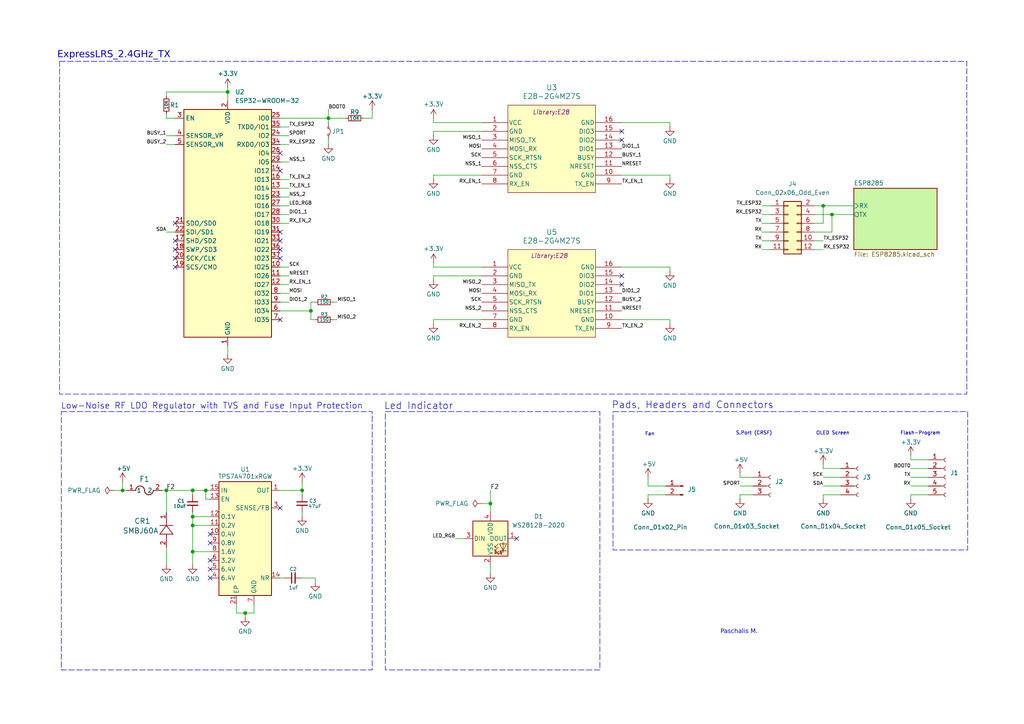
<source format=kicad_sch>
(kicad_sch (version 20250114) (generator "eeschema") (generator_version "9.0")
  (paper "A4")
  (title_block (title "G_TX1_2.4G") (date "2025-08-02") (rev "1.0") (company "https://github.com/Paschalis") (comment 2 "telemetry and a WS2812B LED indicator to show ExpressLRS status.") (comment 3 "The G_TX1 features an integrated SSD1306 OLED display for on-screen "))
  (lib_symbols
    (symbol "Connector:Conn_01x02_Pin" (pin_names (offset 1.016) (hide yes))
      (property "Reference" "J" (at 0 2.54 0))
      (property "Value" "Conn_01x02_Pin" (at 0 -5.08 0))
      (symbol "Conn_01x02_Pin_1_1"
        (rectangle (start 0.8636 0.127) (end 0 -0.127) (stroke (width 0.1524)) (fill (type outline)))
        (rectangle (start 0.8636 -2.413) (end 0 -2.667) (stroke (width 0.1524)) (fill (type outline)))
        (polyline (pts (xy 1.27 0) (xy 0.8636 0)) (stroke (width 0.1524)))
        (polyline (pts (xy 1.27 -2.54) (xy 0.8636 -2.54)) (stroke (width 0.1524)))
        (pin passive line (at 5.08 0 180) (length 3.81) (name "Pin_1") (number "1"))
        (pin passive line (at 5.08 -2.54 180) (length 3.81) (name "Pin_2") (number "2"))
      )
    )
    (symbol "Connector:Conn_01x03_Socket" (pin_names (offset 1.016) (hide yes))
      (property "Reference" "J" (at 0 5.08 0))
      (property "Value" "Conn_01x03_Socket" (at 0 -5.08 0))
      (symbol "Conn_01x03_Socket_1_1"
        (polyline (pts (xy -1.27 2.54) (xy -0.508 2.54)) (stroke (width 0.1524)))
        (polyline (pts (xy -1.27 0) (xy -0.508 0)) (stroke (width 0.1524)))
        (polyline (pts (xy -1.27 -2.54) (xy -0.508 -2.54)) (stroke (width 0.1524)))
        (arc (start 0 2.032) (mid -0.5058 2.54) (end 0 3.048) (stroke (width 0.1524)))
        (arc (start 0 -0.508) (mid -0.5058 0) (end 0 0.508) (stroke (width 0.1524)))
        (arc (start 0 -3.048) (mid -0.5058 -2.54) (end 0 -2.032) (stroke (width 0.1524)))
        (pin passive line (at -5.08 2.54 0) (length 3.81) (name "Pin_1") (number "1"))
        (pin passive line (at -5.08 0 0) (length 3.81) (name "Pin_2") (number "2"))
        (pin passive line (at -5.08 -2.54 0) (length 3.81) (name "Pin_3") (number "3"))
      )
    )
    (symbol "Connector:Conn_01x04_Socket" (pin_names (offset 1.016) (hide yes))
      (property "Reference" "J" (at 0 5.08 0))
      (property "Value" "Conn_01x04_Socket" (at 0 -7.62 0))
      (symbol "Conn_01x04_Socket_1_1"
        (polyline (pts (xy -1.27 2.54) (xy -0.508 2.54)) (stroke (width 0.1524)))
        (polyline (pts (xy -1.27 0) (xy -0.508 0)) (stroke (width 0.1524)))
        (polyline (pts (xy -1.27 -2.54) (xy -0.508 -2.54)) (stroke (width 0.1524)))
        (polyline (pts (xy -1.27 -5.08) (xy -0.508 -5.08)) (stroke (width 0.1524)))
        (arc (start 0 2.032) (mid -0.5058 2.54) (end 0 3.048) (stroke (width 0.1524)))
        (arc (start 0 -0.508) (mid -0.5058 0) (end 0 0.508) (stroke (width 0.1524)))
        (arc (start 0 -3.048) (mid -0.5058 -2.54) (end 0 -2.032) (stroke (width 0.1524)))
        (arc (start 0 -5.588) (mid -0.5058 -5.08) (end 0 -4.572) (stroke (width 0.1524)))
        (pin passive line (at -5.08 2.54 0) (length 3.81) (name "Pin_1") (number "1"))
        (pin passive line (at -5.08 0 0) (length 3.81) (name "Pin_2") (number "2"))
        (pin passive line (at -5.08 -2.54 0) (length 3.81) (name "Pin_3") (number "3"))
        (pin passive line (at -5.08 -5.08 0) (length 3.81) (name "Pin_4") (number "4"))
      )
    )
    (symbol "Connector:Conn_01x05_Socket" (pin_names (offset 1.016) (hide yes))
      (property "Reference" "J" (at 0 7.62 0))
      (property "Value" "Conn_01x05_Socket" (at 0 -7.62 0))
      (symbol "Conn_01x05_Socket_1_1"
        (polyline (pts (xy -1.27 5.08) (xy -0.508 5.08)) (stroke (width 0.1524)))
        (polyline (pts (xy -1.27 2.54) (xy -0.508 2.54)) (stroke (width 0.1524)))
        (polyline (pts (xy -1.27 0) (xy -0.508 0)) (stroke (width 0.1524)))
        (polyline (pts (xy -1.27 -2.54) (xy -0.508 -2.54)) (stroke (width 0.1524)))
        (polyline (pts (xy -1.27 -5.08) (xy -0.508 -5.08)) (stroke (width 0.1524)))
        (arc (start 0 4.572) (mid -0.5058 5.08) (end 0 5.588) (stroke (width 0.1524)))
        (arc (start 0 2.032) (mid -0.5058 2.54) (end 0 3.048) (stroke (width 0.1524)))
        (arc (start 0 -0.508) (mid -0.5058 0) (end 0 0.508) (stroke (width 0.1524)))
        (arc (start 0 -3.048) (mid -0.5058 -2.54) (end 0 -2.032) (stroke (width 0.1524)))
        (arc (start 0 -5.588) (mid -0.5058 -5.08) (end 0 -4.572) (stroke (width 0.1524)))
        (pin passive line (at -5.08 5.08 0) (length 3.81) (name "Pin_1") (number "1"))
        (pin passive line (at -5.08 2.54 0) (length 3.81) (name "Pin_2") (number "2"))
        (pin passive line (at -5.08 0 0) (length 3.81) (name "Pin_3") (number "3"))
        (pin passive line (at -5.08 -2.54 0) (length 3.81) (name "Pin_4") (number "4"))
        (pin passive line (at -5.08 -5.08 0) (length 3.81) (name "Pin_5") (number "5"))
      )
    )
    (symbol "Connector_Generic:Conn_02x06_Odd_Even" (pin_names (offset 1.016) (hide yes))
      (property "Reference" "J" (at 1.27 7.62 0))
      (property "Value" "Conn_02x06_Odd_Even" (at 1.27 -10.16 0))
      (symbol "Conn_02x06_Odd_Even_1_1"
        (rectangle (start -1.27 6.35) (end 3.81 -8.89) (stroke (width 0.254)) (fill (type background)))
        (rectangle (start -1.27 5.207) (end 0 4.953) (stroke (width 0.1524)))
        (rectangle (start -1.27 2.667) (end 0 2.413) (stroke (width 0.1524)))
        (rectangle (start -1.27 0.127) (end 0 -0.127) (stroke (width 0.1524)))
        (rectangle (start -1.27 -2.413) (end 0 -2.667) (stroke (width 0.1524)))
        (rectangle (start -1.27 -4.953) (end 0 -5.207) (stroke (width 0.1524)))
        (rectangle (start -1.27 -7.493) (end 0 -7.747) (stroke (width 0.1524)))
        (rectangle (start 3.81 5.207) (end 2.54 4.953) (stroke (width 0.1524)))
        (rectangle (start 3.81 2.667) (end 2.54 2.413) (stroke (width 0.1524)))
        (rectangle (start 3.81 0.127) (end 2.54 -0.127) (stroke (width 0.1524)))
        (rectangle (start 3.81 -2.413) (end 2.54 -2.667) (stroke (width 0.1524)))
        (rectangle (start 3.81 -4.953) (end 2.54 -5.207) (stroke (width 0.1524)))
        (rectangle (start 3.81 -7.493) (end 2.54 -7.747) (stroke (width 0.1524)))
        (pin passive line (at -5.08 5.08 0) (length 3.81) (name "Pin_1") (number "1"))
        (pin passive line (at -5.08 2.54 0) (length 3.81) (name "Pin_3") (number "3"))
        (pin passive line (at -5.08 0 0) (length 3.81) (name "Pin_5") (number "5"))
        (pin passive line (at -5.08 -2.54 0) (length 3.81) (name "Pin_7") (number "7"))
        (pin passive line (at -5.08 -5.08 0) (length 3.81) (name "Pin_9") (number "9"))
        (pin passive line (at -5.08 -7.62 0) (length 3.81) (name "Pin_11") (number "11"))
        (pin passive line (at 7.62 5.08 180) (length 3.81) (name "Pin_2") (number "2"))
        (pin passive line (at 7.62 2.54 180) (length 3.81) (name "Pin_4") (number "4"))
        (pin passive line (at 7.62 0 180) (length 3.81) (name "Pin_6") (number "6"))
        (pin passive line (at 7.62 -2.54 180) (length 3.81) (name "Pin_8") (number "8"))
        (pin passive line (at 7.62 -5.08 180) (length 3.81) (name "Pin_10") (number "10"))
        (pin passive line (at 7.62 -7.62 180) (length 3.81) (name "Pin_12") (number "12"))
      )
    )
    (symbol "Device:C_Small" (pin_numbers (hide yes)) (pin_names (offset 0.254) (hide yes))
      (property "Reference" "C" (at 0.254 1.778 0))
      (property "Value" "C_Small" (at 0.254 -2.032 0))
      (symbol "C_Small_0_1"
        (polyline (pts (xy -1.524 0.508) (xy 1.524 0.508)) (stroke (width 0.3048)))
        (polyline (pts (xy -1.524 -0.508) (xy 1.524 -0.508)) (stroke (width 0.3302)))
      )
      (symbol "C_Small_1_1"
        (pin passive line (at 0 2.54 270) (length 2.032) (name "~") (number "1"))
        (pin passive line (at 0 -2.54 90) (length 2.032) (name "~") (number "2"))
      )
    )
    (symbol "Device:R_Small" (pin_numbers (hide yes)) (pin_names (offset 0.254) (hide yes))
      (property "Reference" "R" (at 0.762 0.508 0))
      (property "Value" "R_Small" (at 0.762 -1.016 0))
      (symbol "R_Small_0_1"
        (rectangle (start -0.762 1.778) (end 0.762 -1.778) (stroke (width 0.2032)))
      )
      (symbol "R_Small_1_1"
        (pin passive line (at 0 2.54 270) (length 0.762) (name "~") (number "1"))
        (pin passive line (at 0 -2.54 90) (length 0.762) (name "~") (number "2"))
      )
    )
    (symbol "E28-2G4M27SX:E28-2G4M27S" (pin_names (offset 0.254))
      (property "Reference" "U5" (at 20.32 10.16 0))
      (property "Value" "E28-2G4M27S" (at 20.32 7.62 0))
      (property "Footprint" "Library:E28" (at 19.558 3.302 0))
      (symbol "E28-2G4M27S_1_1"
        (rectangle (start 7.62 5.08) (end 33.02 -20.32) (fill (type color) (color 255 255 194 1)))
        (pin power_in line (at 0 0 0) (length 7.62) (name "VCC") (number "1"))
        (pin power_in line (at 0 -2.54 0) (length 7.62) (name "GND") (number "2"))
        (pin bidirectional line (at 0 -5.08 0) (length 7.62) (name "MISO_TX") (number "3"))
        (pin bidirectional line (at 0 -7.62 0) (length 7.62) (name "MOSI_RX") (number "4"))
        (pin input line (at 0 -10.16 0) (length 7.62) (name "SCK_RTSN") (number "5"))
        (pin input line (at 0 -12.7 0) (length 7.62) (name "NSS_CTS") (number "6"))
        (pin power_in line (at 0 -15.24 0) (length 7.62) (name "GND") (number "7"))
        (pin input line (at 0 -17.78 0) (length 7.62) (name "RX_EN") (number "8"))
        (pin power_in line (at 40.64 0 180) (length 7.62) (name "GND") (number "16"))
        (pin bidirectional line (at 40.64 -2.54 180) (length 7.62) (name "DIO3") (number "15"))
        (pin bidirectional line (at 40.64 -5.08 180) (length 7.62) (name "DIO2") (number "14"))
        (pin bidirectional line (at 40.64 -7.62 180) (length 7.62) (name "DIO1") (number "13"))
        (pin bidirectional line (at 40.64 -10.16 180) (length 7.62) (name "BUSY") (number "12"))
        (pin bidirectional line (at 40.64 -12.7 180) (length 7.62) (name "NRESET") (number "11"))
        (pin power_in line (at 40.64 -15.24 180) (length 7.62) (name "GND") (number "10"))
        (pin bidirectional line (at 40.64 -17.78 180) (length 7.62) (name "TX_EN") (number "9"))
      )
    )
    (symbol "E28-2G4M27S_1" (pin_names (offset 0.254))
      (property "Reference" "U3" (at 20.32 10.16 0))
      (property "Value" "E28-2G4M27S" (at 20.32 7.62 0))
      (property "Footprint" "Library:E28" (at 20.066 3.048 0))
      (symbol "E28-2G4M27S_1_1_1"
        (rectangle (start 7.62 5.08) (end 33.02 -20.32) (fill (type color) (color 255 255 194 1)))
        (pin power_in line (at 0 0 0) (length 7.62) (name "VCC") (number "1"))
        (pin power_in line (at 0 -2.54 0) (length 7.62) (name "GND") (number "2"))
        (pin bidirectional line (at 0 -5.08 0) (length 7.62) (name "MISO_TX") (number "3"))
        (pin bidirectional line (at 0 -7.62 0) (length 7.62) (name "MOSI_RX") (number "4"))
        (pin input line (at 0 -10.16 0) (length 7.62) (name "SCK_RTSN") (number "5"))
        (pin input line (at 0 -12.7 0) (length 7.62) (name "NSS_CTS") (number "6"))
        (pin power_in line (at 0 -15.24 0) (length 7.62) (name "GND") (number "7"))
        (pin input line (at 0 -17.78 0) (length 7.62) (name "RX_EN") (number "8"))
        (pin power_in line (at 40.64 0 180) (length 7.62) (name "GND") (number "16"))
        (pin bidirectional line (at 40.64 -2.54 180) (length 7.62) (name "DIO3") (number "15"))
        (pin bidirectional line (at 40.64 -5.08 180) (length 7.62) (name "DIO2") (number "14"))
        (pin bidirectional line (at 40.64 -7.62 180) (length 7.62) (name "DIO1") (number "13"))
        (pin bidirectional line (at 40.64 -10.16 180) (length 7.62) (name "BUSY") (number "12"))
        (pin bidirectional line (at 40.64 -12.7 180) (length 7.62) (name "NRESET") (number "11"))
        (pin power_in line (at 40.64 -15.24 180) (length 7.62) (name "GND") (number "10"))
        (pin bidirectional line (at 40.64 -17.78 180) (length 7.62) (name "TX_EN") (number "9"))
      )
    )
    (symbol "Jumper:Jumper_2_Small_Bridged" (pin_numbers (hide yes)) (pin_names (offset 0) (hide yes)) (exclude_from_sim yes)
      (property "Reference" "JP" (at 0 2.032 0))
      (property "Value" "Jumper_2_Small_Bridged" (at 0 -2.286 0))
      (symbol "Jumper_2_Small_Bridged_0_0"
        (circle (center -1.016 0) (radius 0.254))
        (circle (center 1.016 0) (radius 0.254))
      )
      (symbol "Jumper_2_Small_Bridged_0_1"
        (arc (start -0.762 0.254) (mid 0 0.5696) (end 0.762 0.254))
      )
      (symbol "Jumper_2_Small_Bridged_1_1"
        (pin passive line (at -2.54 0 0) (length 1.27) (name "A") (number "1"))
        (pin passive line (at 2.54 0 180) (length 1.27) (name "B") (number "2"))
      )
    )
    (symbol "LED:WS2812B-2020" (pin_names (offset 0.254))
      (property "Reference" "D" (at 5.08 5.715 0))
      (property "Value" "WS2812B-2020" (at 1.27 -5.715 0))
      (symbol "WS2812B-2020_0_0"
        (text "RGB" (at 2.286 -4.191 0) (effects (font (size 0.762 0.762))))
      )
      (symbol "WS2812B-2020_0_1"
        (polyline (pts (xy 1.27 -2.54) (xy 1.778 -2.54)))
        (polyline (pts (xy 1.27 -3.556) (xy 1.778 -3.556)))
        (polyline (pts (xy 2.286 -1.524) (xy 1.27 -2.54) (xy 1.27 -2.032)))
        (polyline (pts (xy 2.286 -2.54) (xy 1.27 -3.556) (xy 1.27 -3.048)))
        (polyline (pts (xy 3.683 -1.016) (xy 3.683 -3.556) (xy 3.683 -4.064)))
        (polyline (pts (xy 4.699 -1.524) (xy 2.667 -1.524) (xy 3.683 -3.556) (xy 4.699 -1.524)))
        (polyline (pts (xy 4.699 -3.556) (xy 2.667 -3.556)))
        (rectangle (start 5.08 5.08) (end -5.08 -5.08) (stroke (width 0.254)) (fill (type background)))
      )
      (symbol "WS2812B-2020_1_1"
        (pin input line (at -7.62 0 0) (length 2.54) (name "DIN") (number "3"))
        (pin power_in line (at 0 7.62 270) (length 2.54) (name "VDD") (number "4"))
        (pin power_in line (at 0 -7.62 90) (length 2.54) (name "VSS") (number "2"))
        (pin output line (at 7.62 0 180) (length 2.54) (name "DOUT") (number "1"))
      )
    )
    (symbol "RF_Module:ESP32-WROOM-32"
      (property "Reference" "U" (at -12.7 34.29 0))
      (property "Value" "ESP32-WROOM-32" (at 1.27 34.29 0))
      (symbol "ESP32-WROOM-32_0_1"
        (rectangle (start -12.7 33.02) (end 12.7 -33.02) (stroke (width 0.254)) (fill (type background)))
      )
      (symbol "ESP32-WROOM-32_1_1"
        (pin input line (at -15.24 30.48 0) (length 2.54) (name "EN") (number "3"))
        (pin input line (at -15.24 25.4 0) (length 2.54) (name "SENSOR_VP") (number "4"))
        (pin input line (at -15.24 22.86 0) (length 2.54) (name "SENSOR_VN") (number "5"))
        (pin bidirectional line (at -15.24 0 0) (length 2.54) (name "SDO/SD0") (number "21"))
        (pin bidirectional line (at -15.24 -2.54 0) (length 2.54) (name "SDI/SD1") (number "22"))
        (pin bidirectional line (at -15.24 -5.08 0) (length 2.54) (name "SHD/SD2") (number "17"))
        (pin bidirectional line (at -15.24 -7.62 0) (length 2.54) (name "SWP/SD3") (number "18"))
        (pin bidirectional line (at -15.24 -10.16 0) (length 2.54) (name "SCK/CLK") (number "20"))
        (pin bidirectional line (at -15.24 -12.7 0) (length 2.54) (name "SCS/CMD") (number "19"))
        (pin no_connect line (at -12.7 -27.94 0) (length 2.54) (hide yes) (name "NC") (number "32"))
        (pin power_in line (at 0 35.56 270) (length 2.54) (name "VDD") (number "2"))
        (pin power_in line (at 0 -35.56 90) (length 2.54) (name "GND") (number "1"))
        (pin passive line (at 0 -35.56 90) (length 2.54) (hide yes) (name "GND") (number "15"))
        (pin passive line (at 0 -35.56 90) (length 2.54) (hide yes) (name "GND") (number "38"))
        (pin passive line (at 0 -35.56 90) (length 2.54) (hide yes) (name "GND") (number "39"))
        (pin bidirectional line (at 15.24 30.48 180) (length 2.54) (name "IO0") (number "25"))
        (pin bidirectional line (at 15.24 27.94 180) (length 2.54) (name "TXD0/IO1") (number "35"))
        (pin bidirectional line (at 15.24 25.4 180) (length 2.54) (name "IO2") (number "24"))
        (pin bidirectional line (at 15.24 22.86 180) (length 2.54) (name "RXD0/IO3") (number "34"))
        (pin bidirectional line (at 15.24 20.32 180) (length 2.54) (name "IO4") (number "26"))
        (pin bidirectional line (at 15.24 17.78 180) (length 2.54) (name "IO5") (number "29"))
        (pin bidirectional line (at 15.24 15.24 180) (length 2.54) (name "IO12") (number "14"))
        (pin bidirectional line (at 15.24 12.7 180) (length 2.54) (name "IO13") (number "16"))
        (pin bidirectional line (at 15.24 10.16 180) (length 2.54) (name "IO14") (number "13"))
        (pin bidirectional line (at 15.24 7.62 180) (length 2.54) (name "IO15") (number "23"))
        (pin bidirectional line (at 15.24 5.08 180) (length 2.54) (name "IO16") (number "27"))
        (pin bidirectional line (at 15.24 2.54 180) (length 2.54) (name "IO17") (number "28"))
        (pin bidirectional line (at 15.24 0 180) (length 2.54) (name "IO18") (number "30"))
        (pin bidirectional line (at 15.24 -2.54 180) (length 2.54) (name "IO19") (number "31"))
        (pin bidirectional line (at 15.24 -5.08 180) (length 2.54) (name "IO21") (number "33"))
        (pin bidirectional line (at 15.24 -7.62 180) (length 2.54) (name "IO22") (number "36"))
        (pin bidirectional line (at 15.24 -10.16 180) (length 2.54) (name "IO23") (number "37"))
        (pin bidirectional line (at 15.24 -12.7 180) (length 2.54) (name "IO25") (number "10"))
        (pin bidirectional line (at 15.24 -15.24 180) (length 2.54) (name "IO26") (number "11"))
        (pin bidirectional line (at 15.24 -17.78 180) (length 2.54) (name "IO27") (number "12"))
        (pin bidirectional line (at 15.24 -20.32 180) (length 2.54) (name "IO32") (number "8"))
        (pin bidirectional line (at 15.24 -22.86 180) (length 2.54) (name "IO33") (number "9"))
        (pin input line (at 15.24 -25.4 180) (length 2.54) (name "IO34") (number "6"))
        (pin input line (at 15.24 -27.94 180) (length 2.54) (name "IO35") (number "7"))
      )
    )
    (symbol "Regulator_Linear:TPS7A4701xRGW"
      (property "Reference" "U" (at -6.35 19.05 0))
      (property "Value" "TPS7A4701xRGW" (at 3.81 19.05 0))
      (symbol "TPS7A4701xRGW_0_1"
        (rectangle (start -7.62 17.78) (end 7.62 -15.24) (stroke (width 0.254)) (fill (type background)))
      )
      (symbol "TPS7A4701xRGW_1_1"
        (pin power_in line (at -10.16 15.24 0) (length 2.54) (name "IN") (number "15"))
        (pin passive line (at -10.16 15.24 0) (length 2.54) (hide yes) (name "IN") (number "16"))
        (pin input line (at -10.16 12.7 0) (length 2.54) (name "EN") (number "13"))
        (pin input line (at -10.16 7.62 0) (length 2.54) (name "0.1V") (number "12"))
        (pin input line (at -10.16 5.08 0) (length 2.54) (name "0.2V") (number "11"))
        (pin input line (at -10.16 2.54 0) (length 2.54) (name "0.4V") (number "10"))
        (pin input line (at -10.16 0 0) (length 2.54) (name "0.8V") (number "9"))
        (pin input line (at -10.16 -2.54 0) (length 2.54) (name "1.6V") (number "8"))
        (pin input line (at -10.16 -5.08 0) (length 2.54) (name "3.2V") (number "6"))
        (pin input line (at -10.16 -7.62 0) (length 2.54) (name "6.4V") (number "5"))
        (pin input line (at -10.16 -10.16 0) (length 2.54) (name "6.4V") (number "4"))
        (pin passive line (at -2.54 -17.78 90) (length 2.54) (name "EP") (number "21"))
        (pin power_in line (at 2.54 -17.78 90) (length 2.54) (name "GND") (number "7"))
        (pin power_out line (at 10.16 15.24 180) (length 2.54) (name "OUT") (number "1"))
        (pin power_out line (at 10.16 15.24 180) (length 2.54) (hide yes) (name "OUT") (number "20"))
        (pin input line (at 10.16 10.16 180) (length 2.54) (name "SENSE/FB") (number "3"))
        (pin passive line (at 10.16 -10.16 180) (length 2.54) (name "NR") (number "14"))
      )
    )
    (symbol "power:+3.3V" (power) (pin_numbers (hide yes)) (pin_names (offset 0) (hide yes))
      (property "Value" "+3.3V" (at 0 3.556 0))
      (symbol "+3.3V_0_1"
        (polyline (pts (xy -0.762 1.27) (xy 0 2.54)))
        (polyline (pts (xy 0 2.54) (xy 0.762 1.27)))
        (polyline (pts (xy 0 0) (xy 0 2.54)))
      )
      (symbol "+3.3V_1_1"
        (pin power_in line (at 0 0 90) (length 0) (name "~") (number "1"))
      )
    )
    (symbol "power:+5V" (power) (pin_numbers (hide yes)) (pin_names (offset 0) (hide yes))
      (property "Value" "+5V" (at 0 3.556 0))
      (symbol "+5V_0_1"
        (polyline (pts (xy -0.762 1.27) (xy 0 2.54)))
        (polyline (pts (xy 0 2.54) (xy 0.762 1.27)))
        (polyline (pts (xy 0 0) (xy 0 2.54)))
      )
      (symbol "+5V_1_1"
        (pin power_in line (at 0 0 90) (length 0) (name "~") (number "1"))
      )
    )
    (symbol "power:GND" (power) (pin_numbers (hide yes)) (pin_names (offset 0) (hide yes))
      (property "Value" "GND" (at 0 -3.81 0))
      (symbol "GND_0_1"
        (polyline (pts (xy 0 0) (xy 0 -1.27) (xy 1.27 -1.27) (xy 0 -2.54) (xy -1.27 -1.27) (xy 0 -1.27)))
      )
      (symbol "GND_1_1"
        (pin power_in line (at 0 0 270) (length 0) (name "~") (number "1"))
      )
    )
    (symbol "power:PWR_FLAG" (power) (pin_numbers (hide yes)) (pin_names (offset 0) (hide yes))
      (property "Value" "PWR_FLAG" (at 0 3.81 0))
      (symbol "PWR_FLAG_0_0"
        (pin power_out line (at 0 0 90) (length 0) (name "~") (number "1"))
      )
      (symbol "PWR_FLAG_0_1"
        (polyline (pts (xy 0 0) (xy 0 1.27) (xy -1.016 1.905) (xy 0 2.54) (xy 1.016 1.905) (xy 0 1.27)))
      )
    )
    (symbol "ul_MF-PSMF020X-2:MF-PSMF020X-2" (pin_names (offset 0.254))
      (property "Reference" "F" (at 5.08 3.175 0))
      (property "Value" "MF-PSMF020X-2" (at 5.08 -3.175 0))
      (symbol "MF-PSMF020X-2_1_1"
        (arc (start 2.54 0) (mid 3.81 1.2645) (end 5.08 0) (stroke (width 0.254)))
        (arc (start 7.62 0) (mid 6.35 -1.2645) (end 5.08 0) (stroke (width 0.254)))
        (pin unspecified line (at 0 0 0) (length 2.54) (name "1") (number "1"))
        (pin unspecified line (at 10.16 0 180) (length 2.54) (name "2") (number "2"))
      )
      (symbol "MF-PSMF020X-2_1_2"
        (arc (start 0 7.62) (mid 1.2645 6.35) (end 0 5.08) (stroke (width 0.254)))
        (arc (start 0 2.54) (mid -1.2645 3.81) (end 0 5.08) (stroke (width 0.254)))
        (pin unspecified line (at 0 10.16 270) (length 2.54) (name "2") (number "2"))
        (pin unspecified line (at 0 0 90) (length 2.54) (name "1") (number "1"))
      )
    )
    (symbol "ul_SMBJ60A:SMBJ60A" (pin_names (offset 0.254))
      (property "Reference" "CR" (at 5.08 4.445 0))
      (property "Value" "SMBJ60A" (at 5.08 -3.81 0))
      (symbol "SMBJ60A_1_1"
        (polyline (pts (xy 2.54 0) (xy 3.4798 0)) (stroke (width 0.2032)))
        (polyline (pts (xy 3.175 0) (xy 3.81 0)) (stroke (width 0.2032)))
        (polyline (pts (xy 3.81 1.905) (xy 3.81 -1.905)) (stroke (width 0.2032)))
        (polyline (pts (xy 3.81 -1.905) (xy 6.35 0)) (stroke (width 0.2032)))
        (polyline (pts (xy 6.35 0) (xy 3.81 1.905)) (stroke (width 0.2032)))
        (polyline (pts (xy 6.35 0) (xy 7.62 0)) (stroke (width 0.2032)))
        (polyline (pts (xy 6.35 -1.905) (xy 6.35 1.905)) (stroke (width 0.2032)))
        (pin unspecified line (at 0 0 0) (length 2.54) (name "") (number "2"))
        (pin unspecified line (at 10.16 0 180) (length 2.54) (name "") (number "1"))
      )
      (symbol "SMBJ60A_1_2"
        (polyline (pts (xy -1.905 3.81) (xy 1.905 3.81)) (stroke (width 0.2032)))
        (polyline (pts (xy 0 6.35) (xy -1.905 3.81)) (stroke (width 0.2032)))
        (polyline (pts (xy 0 6.35) (xy 0 7.62)) (stroke (width 0.2032)))
        (polyline (pts (xy 0 3.175) (xy 0 3.81)) (stroke (width 0.2032)))
        (polyline (pts (xy 0 2.54) (xy 0 3.4798)) (stroke (width 0.2032)))
        (polyline (pts (xy 1.905 6.35) (xy -1.905 6.35)) (stroke (width 0.2032)))
        (polyline (pts (xy 1.905 3.81) (xy 0 6.35)) (stroke (width 0.2032)))
        (pin unspecified line (at 0 10.16 270) (length 2.54) (name "") (number "1"))
        (pin unspecified line (at 0 0 90) (length 2.54) (name "") (number "2"))
      )
    )
  )
  (rectangle (start 17.78 119.38) (end 107.95 194.31) (stroke (width 0) (type dash)))
  (rectangle (start 111.76 119.38) (end 173.99 194.31) (stroke (width 0) (type dash)))
  (rectangle (start 17.272 17.78) (end 280.416 114.3) (stroke (width 0) (type dash)))
  (rectangle (start 177.8 119.38) (end 280.67 159.512) (stroke (width 0) (type dash)))
  (text "S.Port (CRSF)" (at 218.694 125.73 0) (effects (font (size 1 1))))
  (text "Low-Noise RF LDO Regulator with TVS and Fuse Input Protection" (at 61.468 117.856 0) (effects (font (size 1.75 1.75))))
  (text "Paschalis M." (at 214.376 183.642 0) (effects (font (size 1.27 1.27))))
  (text "Led Indicator" (at 121.412 117.856 0) (effects (font (size 2 2))))
  (text "Flash-Program" (at 266.954 125.73 0) (effects (font (size 1 1))))
  (text "OLED Screen" (at 241.554 125.73 0) (effects (font (size 1 1))))
  (text "Fan" (at 188.468 125.984 0) (effects (font (size 1 1))))
  (text "Pads, Headers and Connectors" (at 200.914 117.602 0) (effects (font (size 2 2))))
  (text "ExpressLRS_2.4GHz_TX" (at 33.02 16.51 0) (effects (font (size 2 2) (thickness 0.2938))))
  (junction (at 87.63 142.24))
  (junction (at 55.88 142.24))
  (junction (at 241.3 62.23))
  (junction (at 90.17 90.17))
  (junction (at 59.69 142.24))
  (junction (at 55.88 149.86))
  (junction (at 55.88 160.02))
  (junction (at 66.04 26.67))
  (junction (at 48.26 142.24))
  (junction (at 55.88 152.4))
  (junction (at 238.76 59.69))
  (junction (at 142.24 146.05))
  (junction (at 95.25 34.29))
  (junction (at 35.56 142.24))
  (junction (at 71.12 177.8))
  (no_connect (at 81.28 92.71))
  (no_connect (at 180.34 38.1))
  (no_connect (at 50.8 64.77))
  (no_connect (at 60.96 154.94))
  (no_connect (at 81.28 44.45))
  (no_connect (at 149.86 156.21))
  (no_connect (at 81.28 147.32))
  (no_connect (at 81.28 67.31))
  (no_connect (at 180.34 40.64))
  (no_connect (at 81.28 69.85))
  (no_connect (at 180.34 80.01))
  (no_connect (at 81.28 72.39))
  (no_connect (at 60.96 157.48))
  (no_connect (at 81.28 49.53))
  (no_connect (at 60.96 165.1))
  (no_connect (at 50.8 69.85))
  (no_connect (at 50.8 74.93))
  (no_connect (at 50.8 72.39))
  (no_connect (at 81.28 74.93))
  (no_connect (at 60.96 162.56))
  (no_connect (at 50.8 77.47))
  (no_connect (at 180.34 82.55))
  (no_connect (at 60.96 167.64))
  (wire (pts (xy 91.44 92.71) (xy 90.17 92.71)))
  (wire (pts (xy 68.58 177.8) (xy 71.12 177.8)))
  (wire (pts (xy 91.44 167.64) (xy 91.44 168.91)))
  (wire (pts (xy 193.04 143.51) (xy 187.96 143.51)))
  (wire (pts (xy 187.96 140.97) (xy 187.96 138.43)))
  (wire (pts (xy 81.28 62.23) (xy 83.82 62.23)))
  (wire (pts (xy 81.28 36.83) (xy 83.82 36.83)))
  (wire (pts (xy 180.34 92.71) (xy 194.31 92.71)))
  (wire (pts (xy 66.04 100.33) (xy 66.04 102.87)))
  (wire (pts (xy 81.28 80.01) (xy 83.82 80.01)))
  (wire (pts (xy 48.26 158.75) (xy 48.26 163.83)))
  (wire (pts (xy 48.26 39.37) (xy 50.8 39.37)))
  (wire (pts (xy 81.28 46.99) (xy 83.82 46.99)))
  (wire (pts (xy 55.88 152.4) (xy 55.88 160.02)))
  (wire (pts (xy 264.16 138.43) (xy 269.24 138.43)))
  (wire (pts (xy 95.25 41.91) (xy 95.25 40.64)))
  (wire (pts (xy 55.88 160.02) (xy 60.96 160.02)))
  (wire (pts (xy 60.96 144.78) (xy 59.69 144.78)))
  (wire (pts (xy 238.76 59.69) (xy 238.76 64.77)))
  (wire (pts (xy 220.98 67.31) (xy 223.52 67.31)))
  (wire (pts (xy 194.31 78.74) (xy 194.31 77.47)))
  (wire (pts (xy 95.25 34.29) (xy 95.25 35.56)))
  (wire (pts (xy 96.52 92.71) (xy 97.79 92.71)))
  (wire (pts (xy 55.88 149.86) (xy 55.88 152.4)))
  (wire (pts (xy 236.22 62.23) (xy 241.3 62.23)))
  (wire (pts (xy 55.88 142.24) (xy 59.69 142.24)))
  (wire (pts (xy 238.76 138.43) (xy 243.84 138.43)))
  (wire (pts (xy 220.98 62.23) (xy 223.52 62.23)))
  (wire (pts (xy 214.63 143.51) (xy 218.44 143.51)))
  (wire (pts (xy 48.26 34.29) (xy 48.26 33.02)))
  (wire (pts (xy 264.16 143.51) (xy 269.24 143.51)))
  (wire (pts (xy 66.04 26.67) (xy 66.04 29.21)))
  (wire (pts (xy 125.73 50.8) (xy 139.7 50.8)))
  (wire (pts (xy 236.22 67.31) (xy 241.3 67.31)))
  (wire (pts (xy 60.96 149.86) (xy 55.88 149.86)))
  (wire (pts (xy 90.17 90.17) (xy 90.17 92.71)))
  (wire (pts (xy 36.83 142.24) (xy 35.56 142.24)))
  (wire (pts (xy 142.24 146.05) (xy 142.24 148.59)))
  (wire (pts (xy 125.73 35.56) (xy 139.7 35.56)))
  (wire (pts (xy 142.24 142.24) (xy 142.24 146.05)))
  (wire (pts (xy 96.52 87.63) (xy 97.79 87.63)))
  (wire (pts (xy 264.16 144.78) (xy 264.16 143.51)))
  (wire (pts (xy 50.8 34.29) (xy 48.26 34.29)))
  (wire (pts (xy 48.26 142.24) (xy 55.88 142.24)))
  (wire (pts (xy 81.28 85.09) (xy 83.82 85.09)))
  (wire (pts (xy 220.98 59.69) (xy 223.52 59.69)))
  (wire (pts (xy 241.3 62.23) (xy 241.3 67.31)))
  (wire (pts (xy 55.88 148.59) (xy 55.88 149.86)))
  (wire (pts (xy 238.76 59.69) (xy 247.65 59.69)))
  (wire (pts (xy 180.34 35.56) (xy 194.31 35.56)))
  (wire (pts (xy 81.28 57.15) (xy 83.82 57.15)))
  (wire (pts (xy 243.84 135.89) (xy 238.76 135.89)))
  (wire (pts (xy 95.25 34.29) (xy 100.33 34.29)))
  (wire (pts (xy 264.16 133.35) (xy 264.16 132.08)))
  (wire (pts (xy 125.73 92.71) (xy 139.7 92.71)))
  (wire (pts (xy 125.73 80.01) (xy 125.73 81.28)))
  (wire (pts (xy 264.16 135.89) (xy 269.24 135.89)))
  (wire (pts (xy 238.76 135.89) (xy 238.76 134.62)))
  (wire (pts (xy 48.26 41.91) (xy 50.8 41.91)))
  (wire (pts (xy 55.88 152.4) (xy 60.96 152.4)))
  (wire (pts (xy 81.28 90.17) (xy 90.17 90.17)))
  (wire (pts (xy 243.84 143.51) (xy 238.76 143.51)))
  (wire (pts (xy 90.17 87.63) (xy 90.17 90.17)))
  (wire (pts (xy 59.69 142.24) (xy 60.96 142.24)))
  (wire (pts (xy 236.22 64.77) (xy 238.76 64.77)))
  (wire (pts (xy 238.76 143.51) (xy 238.76 144.78)))
  (wire (pts (xy 81.28 167.64) (xy 82.55 167.64)))
  (wire (pts (xy 107.95 31.75) (xy 107.95 34.29)))
  (wire (pts (xy 125.73 38.1) (xy 139.7 38.1)))
  (wire (pts (xy 48.26 142.24) (xy 48.26 148.59)))
  (wire (pts (xy 81.28 82.55) (xy 83.82 82.55)))
  (wire (pts (xy 125.73 38.1) (xy 125.73 39.37)))
  (wire (pts (xy 125.73 34.29) (xy 125.73 35.56)))
  (wire (pts (xy 81.28 87.63) (xy 83.82 87.63)))
  (wire (pts (xy 194.31 50.8) (xy 194.31 52.07)))
  (wire (pts (xy 73.66 177.8) (xy 73.66 175.26)))
  (wire (pts (xy 142.24 163.83) (xy 142.24 166.37)))
  (wire (pts (xy 95.25 31.75) (xy 95.25 34.29)))
  (wire (pts (xy 180.34 77.47) (xy 194.31 77.47)))
  (wire (pts (xy 59.69 144.78) (xy 59.69 142.24)))
  (wire (pts (xy 236.22 69.85) (xy 238.76 69.85)))
  (wire (pts (xy 125.73 77.47) (xy 139.7 77.47)))
  (wire (pts (xy 220.98 64.77) (xy 223.52 64.77)))
  (wire (pts (xy 241.3 62.23) (xy 247.65 62.23)))
  (wire (pts (xy 68.58 175.26) (xy 68.58 177.8)))
  (wire (pts (xy 81.28 54.61) (xy 83.82 54.61)))
  (wire (pts (xy 194.31 92.71) (xy 194.31 93.98)))
  (wire (pts (xy 81.28 34.29) (xy 95.25 34.29)))
  (wire (pts (xy 81.28 59.69) (xy 83.82 59.69)))
  (wire (pts (xy 66.04 25.4) (xy 66.04 26.67)))
  (wire (pts (xy 236.22 72.39) (xy 238.76 72.39)))
  (wire (pts (xy 81.28 39.37) (xy 83.82 39.37)))
  (wire (pts (xy 238.76 140.97) (xy 243.84 140.97)))
  (wire (pts (xy 264.16 140.97) (xy 269.24 140.97)))
  (wire (pts (xy 214.63 138.43) (xy 214.63 137.16)))
  (wire (pts (xy 48.26 67.31) (xy 50.8 67.31)))
  (wire (pts (xy 214.63 140.97) (xy 218.44 140.97)))
  (wire (pts (xy 33.02 142.24) (xy 35.56 142.24)))
  (wire (pts (xy 46.99 142.24) (xy 48.26 142.24)))
  (wire (pts (xy 180.34 50.8) (xy 194.31 50.8)))
  (wire (pts (xy 87.63 167.64) (xy 91.44 167.64)))
  (wire (pts (xy 81.28 41.91) (xy 83.82 41.91)))
  (wire (pts (xy 193.04 140.97) (xy 187.96 140.97)))
  (wire (pts (xy 125.73 52.07) (xy 125.73 50.8)))
  (wire (pts (xy 125.73 77.47) (xy 125.73 76.2)))
  (wire (pts (xy 107.95 34.29) (xy 105.41 34.29)))
  (wire (pts (xy 220.98 69.85) (xy 223.52 69.85)))
  (wire (pts (xy 132.08 156.21) (xy 134.62 156.21)))
  (wire (pts (xy 81.28 52.07) (xy 83.82 52.07)))
  (wire (pts (xy 269.24 133.35) (xy 264.16 133.35)))
  (wire (pts (xy 236.22 59.69) (xy 238.76 59.69)))
  (wire (pts (xy 81.28 142.24) (xy 87.63 142.24)))
  (wire (pts (xy 55.88 142.24) (xy 55.88 143.51)))
  (wire (pts (xy 71.12 177.8) (xy 73.66 177.8)))
  (wire (pts (xy 91.44 87.63) (xy 90.17 87.63)))
  (wire (pts (xy 220.98 72.39) (xy 223.52 72.39)))
  (wire (pts (xy 139.7 146.05) (xy 142.24 146.05)))
  (wire (pts (xy 71.12 179.07) (xy 71.12 177.8)))
  (wire (pts (xy 87.63 139.7) (xy 87.63 142.24)))
  (wire (pts (xy 48.26 27.94) (xy 48.26 26.67)))
  (wire (pts (xy 125.73 80.01) (xy 139.7 80.01)))
  (wire (pts (xy 87.63 143.51) (xy 87.63 142.24)))
  (wire (pts (xy 35.56 139.7) (xy 35.56 142.24)))
  (wire (pts (xy 218.44 138.43) (xy 214.63 138.43)))
  (wire (pts (xy 81.28 77.47) (xy 83.82 77.47)))
  (wire (pts (xy 87.63 148.59) (xy 87.63 149.86)))
  (wire (pts (xy 81.28 64.77) (xy 83.82 64.77)))
  (wire (pts (xy 125.73 92.71) (xy 125.73 93.98)))
  (wire (pts (xy 194.31 35.56) (xy 194.31 36.83)))
  (wire (pts (xy 214.63 144.78) (xy 214.63 143.51)))
  (wire (pts (xy 55.88 160.02) (xy 55.88 163.83)))
  (wire (pts (xy 48.26 26.67) (xy 66.04 26.67)))
  (wire (pts (xy 187.96 143.51) (xy 187.96 144.78)))
  (label "NSS_1" (at 83.82 46.99 0) (effects (font (size 1 1))))
  (label "SDA" (at 238.76 140.97 180) (effects (font (size 1 1))))
  (label "TX_ESP32" (at 220.98 59.69 180) (effects (font (size 1 1))))
  (label "BOOT0" (at 95.25 31.75 0) (effects (font (size 1 1))))
  (label "MISO_2" (at 97.79 92.71 0) (effects (font (size 1 1))))
  (label "LED_RGB" (at 83.82 59.69 0) (effects (font (size 1 1))))
  (label "MOSI" (at 139.7 85.09 180) (effects (font (size 1 1))))
  (label "TX_EN_2" (at 83.82 52.07 0) (effects (font (size 1 1))))
  (label "RX_EN_1" (at 83.82 82.55 0) (effects (font (size 1 1))))
  (label "DIO1_1" (at 180.34 43.18 0) (effects (font (size 1 1))))
  (label "SCK" (at 238.76 138.43 180) (effects (font (size 1 1))))
  (label "RX" (at 220.98 72.39 180) (effects (font (size 1 1))))
  (label "TX" (at 220.98 64.77 180) (effects (font (size 1 1))))
  (label "RX" (at 264.16 140.97 180) (effects (font (size 1 1))))
  (label "TX" (at 220.98 69.85 180) (effects (font (size 1 1))))
  (label "BUSY_1" (at 180.34 45.72 0) (effects (font (size 1 1))))
  (label "NSS_2" (at 83.82 57.15 0) (effects (font (size 1 1))))
  (label "SCK" (at 139.7 45.72 180) (effects (font (size 1 1))))
  (label "RX_ESP32" (at 220.98 62.23 180) (effects (font (size 1 1))))
  (label "RX_ESP32" (at 83.82 41.91 0) (effects (font (size 1 1))))
  (label "BUSY_1" (at 48.26 39.37 180) (effects (font (size 1 1))))
  (label "DIO1_1" (at 83.82 62.23 0) (effects (font (size 1 1))))
  (label "SCK" (at 83.82 77.47 0) (effects (font (size 1 1))))
  (label "SDA" (at 48.26 67.31 180) (effects (font (size 1 1))))
  (label "DIO1_2" (at 180.34 85.09 0) (effects (font (size 1 1))))
  (label "NRESET" (at 83.82 80.01 0) (effects (font (size 1 1))))
  (label "TX_ESP32" (at 83.82 36.83 0) (effects (font (size 1 1))))
  (label "BUSY_2" (at 48.26 41.91 180) (effects (font (size 1 1))))
  (label "SPORT" (at 83.82 39.37 0) (effects (font (size 1 1))))
  (label "BUSY_2" (at 180.34 87.63 0) (effects (font (size 1 1))))
  (label "LED_RGB" (at 132.08 156.21 180) (effects (font (size 1 1))))
  (label "TX_EN_1" (at 83.82 54.61 0) (effects (font (size 1 1))))
  (label "DIO1_2" (at 83.82 87.63 0) (effects (font (size 1 1))))
  (label "RX" (at 220.98 67.31 180) (effects (font (size 1 1))))
  (label "RX_ESP32" (at 238.76 72.39 0) (effects (font (size 1 1))))
  (label "NSS_1" (at 139.7 48.26 180) (effects (font (size 1 1))))
  (label "F2" (at 48.26 142.24 0))
  (label "MISO_1" (at 97.79 87.63 0) (effects (font (size 1 1))))
  (label "RX_EN_2" (at 139.7 95.25 180) (effects (font (size 1 1))))
  (label "TX_EN_1" (at 180.34 53.34 0) (effects (font (size 1 1))))
  (label "MOSI" (at 83.82 85.09 0) (effects (font (size 1 1))))
  (label "TX" (at 264.16 138.43 180) (effects (font (size 1 1))))
  (label "RX_EN_1" (at 139.7 53.34 180) (effects (font (size 1 1))))
  (label "RX_EN_2" (at 83.82 64.77 0) (effects (font (size 1 1))))
  (label "MISO_2" (at 139.7 82.55 180) (effects (font (size 1 1))))
  (label "NSS_2" (at 139.7 90.17 180) (effects (font (size 1 1))))
  (label "TX_ESP32" (at 238.76 69.85 0) (effects (font (size 1 1))))
  (label "NRESET" (at 180.34 90.17 0) (effects (font (size 1 1))))
  (label "BOOT0" (at 264.16 135.89 180) (effects (font (size 1 1))))
  (label "SCK" (at 139.7 87.63 180) (effects (font (size 1 1))))
  (label "SPORT" (at 214.63 140.97 180) (effects (font (size 1 1))))
  (label "F2" (at 142.24 142.24 0))
  (label "MOSI" (at 139.7 43.18 180) (effects (font (size 1 1))))
  (label "MISO_1" (at 139.7 40.64 180) (effects (font (size 1 1))))
  (label "NRESET" (at 180.34 48.26 0) (effects (font (size 1 1))))
  (label "TX_EN_2" (at 180.34 95.25 0) (effects (font (size 1 1))))
  (symbol (lib_id "Connector:Conn_01x05_Socket") (at 274.32 138.43 0) (unit 1)
    (property "Reference" "J1" (at 275.59 137.1599 0) (effects (justify left)))
    (property "Value" "Conn_01x05_Socket" (at 256.794 152.908 0) (effects (justify left)))
    (property "Footprint" "Connector_JST:JST_XH_B5B-XH-A_1x05_P2.50mm_Vertical" (effects (hide yes)))
    (property "Description" "Generic connector, single row, 01x05, script generated" (effects (hide yes)))
  )
  (symbol (lib_id "RF_Module:ESP32-WROOM-32") (at 66.04 64.77 0) (unit 1)
    (property "Reference" "U2" (at 68.1833 26.67 0) (effects (justify left)))
    (property "Value" "ESP32-WROOM-32" (at 68.1833 29.21 0) (effects (justify left)))
    (property "Footprint" "RF_Module:ESP32-WROOM-32" (effects (hide yes)))
    (property "Datasheet" "https://www.espressif.com/sites/default/files/documentation/esp32-wroom-32_datasheet_en.pdf" (effects (hide yes)))
    (property "Description" "RF Module, ESP32-D0WDQ6 SoC, Wi-Fi 802.11b/g/n, Bluetooth, BLE, 32-bit, 2.7-3.6V, onboard antenna, SMD" (effects (hide yes)))
  )
  (symbol (lib_id "ul_MF-PSMF020X-2:MF-PSMF020X-2") (at 36.83 142.24 0) (unit 1)
    (property "Reference" "F1" (at 41.91 138.938 0) (effects (font (size 1.524 1.524))))
    (property "Value" "MF-PSMF020X-2" (effects (hide yes)))
    (property "Footprint" "ul_MF-PSMF020X-2:FUSE_F020X_BRN" (effects (hide yes)))
    (property "Datasheet" "MF-PSMF020X-2" (effects (hide yes)))
  )
  (symbol (lib_id "power:GND") (at 238.76 144.78 0) (unit 1)
    (property "Reference" "#PWR028" (effects (hide yes)))
    (property "Value" "GND" (at 238.76 148.844 0))
    (property "Description" "Power symbol creates a global label with name \"GND\" , ground" (effects (hide yes)))
  )
  (symbol (lib_id "power:GND") (at 264.16 144.78 0) (unit 1)
    (property "Reference" "#PWR011" (effects (hide yes)))
    (property "Value" "GND" (at 264.16 148.844 0))
    (property "Description" "Power symbol creates a global label with name \"GND\" , ground" (effects (hide yes)))
  )
  (symbol (lib_id "power:+3.3V") (at 125.73 34.29 0) (mirror y) (unit 1)
    (property "Reference" "#PWR014" (effects (hide yes)))
    (property "Value" "+3.3V" (at 125.73 30.226 0))
    (property "Description" "Power symbol creates a global label with name \"+3.3V\"" (effects (hide yes)))
  )
  (symbol (lib_id "power:GND") (at 194.31 78.74 0) (unit 1)
    (property "Reference" "#PWR033" (effects (hide yes)))
    (property "Value" "GND" (at 196.342 82.804 0) (effects (justify right)))
    (property "Description" "Power symbol creates a global label with name \"GND\" , ground" (effects (hide yes)))
  )
  (symbol (lib_id "power:GND") (at 48.26 163.83 0) (unit 1)
    (property "Reference" "#PWR027" (effects (hide yes)))
    (property "Value" "GND" (at 48.26 167.894 0))
    (property "Description" "Power symbol creates a global label with name \"GND\" , ground" (effects (hide yes)))
  )
  (symbol (lib_id "Regulator_Linear:TPS7A4701xRGW") (at 71.12 157.48 0) (unit 1)
    (property "Reference" "U1" (at 71.12 136.144 0))
    (property "Value" "TPS7A4701xRGW" (at 71.12 138.176 0))
    (property "Footprint" "Package_DFN_QFN:Texas_RGW0020A_VQFN-20-1EP_5x5mm_P0.65mm_EP3.15x3.15mm_ThermalVias" (effects (hide yes)))
    (property "Datasheet" "https://www.ti.com/lit/ds/symlink/tps7a47.pdf" (effects (hide yes)))
    (property "Description" "1A, Low-Noise Low-Dropout Voltage Regulator, 3-35V Input, Adjustable 1.4-34V Output, VQFN-20" (effects (hide yes)))
  )
  (symbol (lib_id "Jumper:Jumper_2_Small_Bridged") (at 95.25 38.1 270) (unit 1)
    (property "Reference" "JP1" (at 96.266 38.1 90) (effects (justify left)))
    (property "Value" "Jumper_2_Small_Bridged" (effects (hide yes)))
    (property "Footprint" "TestPoint:TestPoint_2Pads_Pitch2.54mm_Drill0.8mm" (effects (hide yes)))
    (property "Description" "Jumper, 2-pole, small symbol, bridged" (effects (hide yes)))
  )
  (symbol (lib_id "power:+3.3V") (at 107.95 31.75 0) (unit 1)
    (property "Reference" "#PWR020" (effects (hide yes)))
    (property "Value" "+3.3V" (at 107.95 27.94 0))
    (property "Description" "Power symbol creates a global label with name \"+3.3V\"" (effects (hide yes)))
  )
  (symbol (lib_id "ul_SMBJ60A:SMBJ60A") (at 48.26 158.75 90) (unit 1)
    (property "Reference" "CR1" (at 43.688 151.13 90) (effects (font (size 1.524 1.524)) (justify left)))
    (property "Value" "SMBJ60A" (at 45.974 153.924 90) (effects (font (size 1.524 1.524)) (justify left)))
    (property "Footprint" "ul_SMBJ60A:SMBJSeries_LTF" (effects (hide yes)))
    (property "Datasheet" "SMBJ60A" (effects (hide yes)))
  )
  (symbol (lib_id "power:+3.3V") (at 125.73 76.2 0) (mirror y) (unit 1)
    (property "Reference" "#PWR030" (effects (hide yes)))
    (property "Value" "+3.3V" (at 125.73 72.136 0))
    (property "Description" "Power symbol creates a global label with name \"+3.3V\"" (effects (hide yes)))
  )
  (symbol (lib_id "power:+5V") (at 214.63 137.16 0) (unit 1)
    (property "Reference" "#PWR018" (effects (hide yes)))
    (property "Value" "+5V" (at 212.852 133.35 0) (effects (justify left)))
    (property "Description" "Power symbol creates a global label with name \"+5V\"" (effects (hide yes)))
  )
  (symbol (lib_id "power:GND") (at 55.88 163.83 0) (unit 1)
    (property "Reference" "#PWR02" (effects (hide yes)))
    (property "Value" "GND" (at 55.88 167.894 0))
    (property "Description" "Power symbol creates a global label with name \"GND\" , ground" (effects (hide yes)))
  )
  (symbol (lib_id "Device:C_Small") (at 55.88 146.05 0) (mirror y) (unit 1)
    (property "Reference" "C1" (at 53.594 145.288 0) (effects (font (size 1 1)) (justify left)))
    (property "Value" "10uF" (at 54.102 146.812 0) (effects (font (size 1 1)) (justify left)))
    (property "Footprint" "Capacitor_SMD:C_0603_1608Metric_Pad1.08x0.95mm_HandSolder" (effects (hide yes)))
    (property "Description" "Unpolarized capacitor, small symbol" (effects (hide yes)))
  )
  (symbol (lib_id "LED:WS2812B-2020") (at 142.24 156.21 0) (unit 1)
    (property "Reference" "D1" (at 156.21 149.7898 0))
    (property "Value" "WS2812B-2020" (at 156.21 152.3298 0))
    (property "Footprint" "LED_SMD:LED_WS2812B-2020_PLCC4_2.0x2.0mm" (effects (hide yes)))
    (property "Datasheet" "https://cdn-shop.adafruit.com/product-files/4684/4684_WS2812B-2020_V1.3_EN.pdf" (effects (hide yes)))
    (property "Description" "RGB LED with integrated controller, 2.0 x 2.0 mm, 12 mA" (effects (hide yes)))
  )
  (symbol (lib_name "E28-2G4M27S_1") (lib_id "E28-2G4M27SX:E28-2G4M27S") (at 139.7 35.56 0) (unit 1)
    (property "Reference" "U3" (at 160.02 25.4 0) (effects (font (size 1.524 1.524))))
    (property "Value" "E28-2G4M27S" (at 160.02 27.94 0) (effects (font (size 1.524 1.524))))
    (property "Footprint" "Library:E28" (at 159.766 32.512 0) (effects (font (italic yes))))
    (property "Datasheet" "E28-2G4M27S" (effects (hide yes)))
  )
  (symbol (lib_id "power:GND") (at 125.73 81.28 0) (unit 1)
    (property "Reference" "#PWR022" (effects (hide yes)))
    (property "Value" "GND" (at 127.762 85.344 0) (effects (justify right)))
    (property "Description" "Power symbol creates a global label with name \"GND\" , ground" (effects (hide yes)))
  )
  (symbol (lib_id "Connector_Generic:Conn_02x06_Odd_Even") (at 228.6 64.77 0) (unit 1)
    (property "Reference" "J4" (at 229.87 53.34 0))
    (property "Value" "Conn_02x06_Odd_Even" (at 229.87 55.88 0))
    (property "Footprint" "Connector_JST:JST_PHD_B12B-PHDSS_2x06_P2.00mm_Vertical" (effects (hide yes)))
    (property "Description" "Generic connector, double row, 02x06, odd/even pin numbering scheme (row 1 odd numbers, row 2 even numbers), script generated (kicad-library-utils/schlib/autogen/connector/)" (effects (hide yes)))
  )
  (symbol (lib_id "Connector:Conn_01x04_Socket") (at 248.92 138.43 0) (unit 1)
    (property "Reference" "J3" (at 250.19 138.4299 0) (effects (justify left)))
    (property "Value" "Conn_01x04_Socket" (at 232.156 152.654 0) (effects (justify left)))
    (property "Footprint" "Connector_JST:JST_XH_B4B-XH-A_1x04_P2.50mm_Vertical" (effects (hide yes)))
    (property "Description" "Generic connector, single row, 01x04, script generated" (effects (hide yes)))
  )
  (symbol (lib_id "power:GND") (at 91.44 168.91 0) (unit 1)
    (property "Reference" "#PWR06" (effects (hide yes)))
    (property "Value" "GND" (at 93.472 172.974 0) (effects (justify right)))
    (property "Description" "Power symbol creates a global label with name \"GND\" , ground" (effects (hide yes)))
  )
  (symbol (lib_id "power:GND") (at 87.63 149.86 0) (unit 1)
    (property "Reference" "#PWR04" (effects (hide yes)))
    (property "Value" "GND" (at 87.63 153.924 0))
    (property "Description" "Power symbol creates a global label with name \"GND\" , ground" (effects (hide yes)))
  )
  (symbol (lib_id "power:+3.3V") (at 87.63 139.7 0) (unit 1)
    (property "Reference" "#PWR05" (effects (hide yes)))
    (property "Value" "+3.3V" (at 87.63 135.89 0))
    (property "Description" "Power symbol creates a global label with name \"+3.3V\"" (effects (hide yes)))
  )
  (symbol (lib_id "power:GND") (at 95.25 41.91 0) (unit 1)
    (property "Reference" "#PWR029" (effects (hide yes)))
    (property "Value" "GND" (at 97.282 45.974 0) (effects (justify right)))
    (property "Description" "Power symbol creates a global label with name \"GND\" , ground" (effects (hide yes)))
  )
  (symbol (lib_id "Connector:Conn_01x02_Pin") (at 198.12 140.97 0) (mirror y) (unit 1)
    (property "Reference" "J5" (at 200.66 141.986 0))
    (property "Value" "Conn_01x02_Pin" (at 191.516 152.908 0))
    (property "Footprint" "Connector_PinHeader_2.00mm:PinHeader_1x02_P2.00mm_Vertical" (effects (hide yes)))
    (property "Description" "Generic connector, single row, 01x02, script generated" (effects (hide yes)))
  )
  (symbol (lib_id "power:+3.3V") (at 66.04 25.4 0) (mirror y) (unit 1)
    (property "Reference" "#PWR07" (effects (hide yes)))
    (property "Value" "+3.3V" (at 66.04 21.336 0))
    (property "Description" "Power symbol creates a global label with name \"+3.3V\"" (effects (hide yes)))
  )
  (symbol (lib_id "power:GND") (at 71.12 179.07 0) (unit 1)
    (property "Reference" "#PWR03" (effects (hide yes)))
    (property "Value" "GND" (at 73.152 183.134 0) (effects (justify right)))
    (property "Description" "Power symbol creates a global label with name \"GND\" , ground" (effects (hide yes)))
  )
  (symbol (lib_id "power:GND") (at 194.31 93.98 0) (unit 1)
    (property "Reference" "#PWR032" (effects (hide yes)))
    (property "Value" "GND" (at 196.342 98.044 0) (effects (justify right)))
    (property "Description" "Power symbol creates a global label with name \"GND\" , ground" (effects (hide yes)))
  )
  (symbol (lib_id "E28-2G4M27SX:E28-2G4M27S") (at 139.7 77.47 0) (unit 1)
    (property "Reference" "U5" (at 160.02 67.31 0) (effects (font (size 1.524 1.524))))
    (property "Value" "E28-2G4M27S" (at 160.02 69.85 0) (effects (font (size 1.524 1.524))))
    (property "Footprint" "Library:E28" (at 159.258 74.168 0) (effects (font (italic yes))))
    (property "Datasheet" "E28-2G4M27S" (effects (hide yes)))
  )
  (symbol (lib_id "power:GND") (at 142.24 166.37 0) (unit 1)
    (property "Reference" "#PWR019" (effects (hide yes)))
    (property "Value" "GND" (at 144.272 170.434 0) (effects (justify right)))
    (property "Description" "Power symbol creates a global label with name \"GND\" , ground" (effects (hide yes)))
  )
  (symbol (lib_id "power:GND") (at 194.31 52.07 0) (unit 1)
    (property "Reference" "#PWR034" (effects (hide yes)))
    (property "Value" "GND" (at 196.342 56.134 0) (effects (justify right)))
    (property "Description" "Power symbol creates a global label with name \"GND\" , ground" (effects (hide yes)))
  )
  (symbol (lib_id "power:GND") (at 187.96 144.78 0) (unit 1)
    (property "Reference" "#PWR039" (effects (hide yes)))
    (property "Value" "GND" (at 187.96 148.844 0))
    (property "Description" "Power symbol creates a global label with name \"GND\" , ground" (effects (hide yes)))
  )
  (symbol (lib_id "Device:R_Small") (at 48.26 30.48 0) (unit 1)
    (property "Reference" "R1" (at 49.276 30.48 0) (effects (justify left)))
    (property "Value" "10K" (at 48.26 31.75 90) (effects (font (size 0.9 0.9)) (justify left)))
    (property "Footprint" "Resistor_SMD:R_0603_1608Metric_Pad0.98x0.95mm_HandSolder" (effects (hide yes)))
    (property "Description" "Resistor, small symbol" (effects (hide yes)))
  )
  (symbol (lib_id "Device:R_Small") (at 102.87 34.29 270) (mirror x) (unit 1)
    (property "Reference" "R9" (at 102.87 32.512 90))
    (property "Value" "10K" (at 102.87 34.29 90) (effects (font (size 1 1))))
    (property "Footprint" "Resistor_SMD:R_0603_1608Metric_Pad0.98x0.95mm_HandSolder" (effects (hide yes)))
    (property "Description" "Resistor, small symbol" (effects (hide yes)))
  )
  (symbol (lib_id "Device:C_Small") (at 87.63 146.05 0) (unit 1)
    (property "Reference" "C3" (at 89.662 145.288 0) (effects (font (size 1 1)) (justify left)))
    (property "Value" "47uF" (at 89.408 146.812 0) (effects (font (size 1 1)) (justify left)))
    (property "Footprint" "Capacitor_SMD:C_0603_1608Metric_Pad1.08x0.95mm_HandSolder" (effects (hide yes)))
    (property "Description" "Unpolarized capacitor, small symbol" (effects (hide yes)))
  )
  (symbol (lib_id "Device:R_Small") (at 93.98 92.71 270) (unit 1)
    (property "Reference" "R3" (at 92.964 91.186 90) (effects (font (size 1 1)) (justify left)))
    (property "Value" "150" (at 92.71 92.71 90) (effects (font (size 0.9 0.9)) (justify left)))
    (property "Footprint" "Resistor_SMD:R_0603_1608Metric_Pad0.98x0.95mm_HandSolder" (effects (hide yes)))
    (property "Description" "Resistor, small symbol" (effects (hide yes)))
  )
  (symbol (lib_id "power:GND") (at 214.63 144.78 0) (unit 1)
    (property "Reference" "#PWR021" (effects (hide yes)))
    (property "Value" "GND" (at 214.63 148.844 0))
    (property "Description" "Power symbol creates a global label with name \"GND\" , ground" (effects (hide yes)))
  )
  (symbol (lib_id "power:GND") (at 66.04 102.87 0) (unit 1)
    (property "Reference" "#PWR08" (effects (hide yes)))
    (property "Value" "GND" (at 68.072 106.934 0) (effects (justify right)))
    (property "Description" "Power symbol creates a global label with name \"GND\" , ground" (effects (hide yes)))
  )
  (symbol (lib_id "power:+5V") (at 35.56 139.7 0) (unit 1)
    (property "Reference" "#PWR01" (effects (hide yes)))
    (property "Value" "+5V" (at 33.782 135.89 0) (effects (justify left)))
    (property "Description" "Power symbol creates a global label with name \"+5V\"" (effects (hide yes)))
  )
  (symbol (lib_id "power:+5V") (at 187.96 138.43 0) (unit 1)
    (property "Reference" "#PWR038" (effects (hide yes)))
    (property "Value" "+5V" (at 186.182 134.62 0) (effects (justify left)))
    (property "Description" "Power symbol creates a global label with name \"+5V\"" (effects (hide yes)))
  )
  (symbol (lib_id "power:+3.3V") (at 264.16 132.08 0) (unit 1)
    (property "Reference" "#PWR017" (effects (hide yes)))
    (property "Value" "+3.3V" (at 264.16 128.27 0))
    (property "Description" "Power symbol creates a global label with name \"+3.3V\"" (effects (hide yes)))
  )
  (symbol (lib_id "Connector:Conn_01x03_Socket") (at 223.52 140.97 0) (unit 1)
    (property "Reference" "J2" (at 224.79 139.6999 0) (effects (justify left)))
    (property "Value" "Conn_01x03_Socket" (at 207.01 152.654 0) (effects (justify left)))
    (property "Footprint" "Connector_JST:JST_XH_B3B-XH-A_1x03_P2.50mm_Vertical" (effects (hide yes)))
    (property "Description" "Generic connector, single row, 01x03, script generated" (effects (hide yes)))
  )
  (symbol (lib_id "power:PWR_FLAG") (at 33.02 142.24 90) (unit 1)
    (property "Reference" "#FLG01" (effects (hide yes)))
    (property "Value" "PWR_FLAG" (at 29.21 142.2399 90) (effects (justify left)))
    (property "Description" "Special symbol for telling ERC where power comes from" (effects (hide yes)))
  )
  (symbol (lib_id "power:GND") (at 125.73 52.07 0) (unit 1)
    (property "Reference" "#PWR036" (effects (hide yes)))
    (property "Value" "GND" (at 127.762 56.134 0) (effects (justify right)))
    (property "Description" "Power symbol creates a global label with name \"GND\" , ground" (effects (hide yes)))
  )
  (symbol (lib_id "power:GND") (at 125.73 39.37 0) (unit 1)
    (property "Reference" "#PWR037" (effects (hide yes)))
    (property "Value" "GND" (at 127.762 43.434 0) (effects (justify right)))
    (property "Description" "Power symbol creates a global label with name \"GND\" , ground" (effects (hide yes)))
  )
  (symbol (lib_id "Device:C_Small") (at 85.09 167.64 90) (unit 1)
    (property "Reference" "C2" (at 86.106 165.1 90) (effects (font (size 1 1)) (justify left)))
    (property "Value" "1uF" (at 86.614 170.434 90) (effects (font (size 1 1)) (justify left)))
    (property "Footprint" "Capacitor_SMD:C_0603_1608Metric_Pad1.08x0.95mm_HandSolder" (effects (hide yes)))
    (property "Description" "Unpolarized capacitor, small symbol" (effects (hide yes)))
  )
  (symbol (lib_id "Device:R_Small") (at 93.98 87.63 270) (unit 1)
    (property "Reference" "R2" (at 92.964 86.106 90) (effects (font (size 1 1)) (justify left)))
    (property "Value" "150" (at 92.71 87.63 90) (effects (font (size 0.9 0.9)) (justify left)))
    (property "Footprint" "Resistor_SMD:R_0603_1608Metric_Pad0.98x0.95mm_HandSolder" (effects (hide yes)))
    (property "Description" "Resistor, small symbol" (effects (hide yes)))
  )
  (symbol (lib_id "power:GND") (at 194.31 36.83 0) (unit 1)
    (property "Reference" "#PWR035" (effects (hide yes)))
    (property "Value" "GND" (at 196.342 40.894 0) (effects (justify right)))
    (property "Description" "Power symbol creates a global label with name \"GND\" , ground" (effects (hide yes)))
  )
  (symbol (lib_id "power:PWR_FLAG") (at 139.7 146.05 90) (unit 1)
    (property "Reference" "#FLG02" (effects (hide yes)))
    (property "Value" "PWR_FLAG" (at 135.89 146.0499 90) (effects (justify left)))
    (property "Description" "Special symbol for telling ERC where power comes from" (effects (hide yes)))
  )
  (symbol (lib_id "power:+3.3V") (at 238.76 134.62 0) (unit 1)
    (property "Reference" "#PWR016" (effects (hide yes)))
    (property "Value" "+3.3V" (at 238.76 130.81 0))
    (property "Description" "Power symbol creates a global label with name \"+3.3V\"" (effects (hide yes)))
  )
  (symbol (lib_id "power:GND") (at 125.73 93.98 0) (unit 1)
    (property "Reference" "#PWR031" (effects (hide yes)))
    (property "Value" "GND" (at 127.762 98.044 0) (effects (justify right)))
    (property "Description" "Power symbol creates a global label with name \"GND\" , ground" (effects (hide yes)))
  )
  (sheet (at 247.65 54.61) (size 24.13 17.78) (stroke (width 0.25) (color 132 0 0 1)) (fill (color 201 246 167 1.0000))
    (property "Sheetname" "ESP8285" (at 247.65 53.8496 0) (effects (justify left bottom)))
    (property "Sheetfile" "ESP8285.kicad_sch" (at 247.65 73.0234 0) (effects (justify left top)))
    (pin "RX" input (at 247.65 59.69 180))
    (pin "TX" output (at 247.65 62.23 180))
  )
)
</source>
